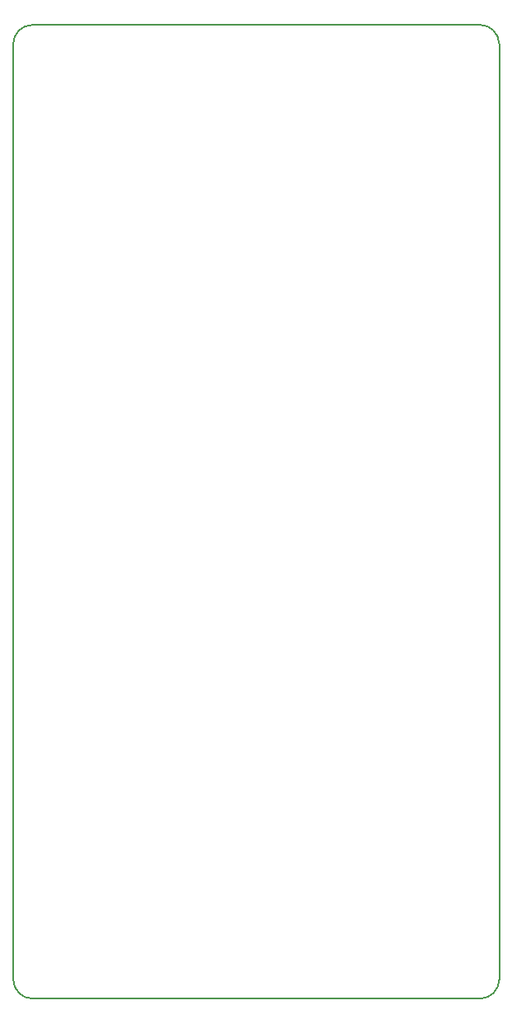
<source format=gm1>
G04 #@! TF.GenerationSoftware,KiCad,Pcbnew,(5.0.0)*
G04 #@! TF.CreationDate,2019-04-09T22:58:22-03:00*
G04 #@! TF.ProjectId,FranzBoy,4672616E7A426F792E6B696361645F70,rev?*
G04 #@! TF.SameCoordinates,Original*
G04 #@! TF.FileFunction,Profile,NP*
%FSLAX46Y46*%
G04 Gerber Fmt 4.6, Leading zero omitted, Abs format (unit mm)*
G04 Created by KiCad (PCBNEW (5.0.0)) date 04/09/19 22:58:22*
%MOMM*%
%LPD*%
G01*
G04 APERTURE LIST*
%ADD10C,0.200000*%
G04 APERTURE END LIST*
D10*
X110000000Y-82000000D02*
X110000000Y-178000000D01*
X158000000Y-80000000D02*
X112000000Y-80000000D01*
X160000000Y-178000000D02*
X160000000Y-82000000D01*
X158000000Y-180000000D02*
X112000000Y-180000000D01*
X160000000Y-178000000D02*
G75*
G02X158000000Y-180000000I-2000000J0D01*
G01*
X112000000Y-180000000D02*
G75*
G02X110000000Y-178000000I0J2000000D01*
G01*
X110000000Y-82000000D02*
G75*
G02X112000000Y-80000000I2000000J0D01*
G01*
X158000000Y-80000000D02*
G75*
G02X160000000Y-82000000I0J-2000000D01*
G01*
M02*

</source>
